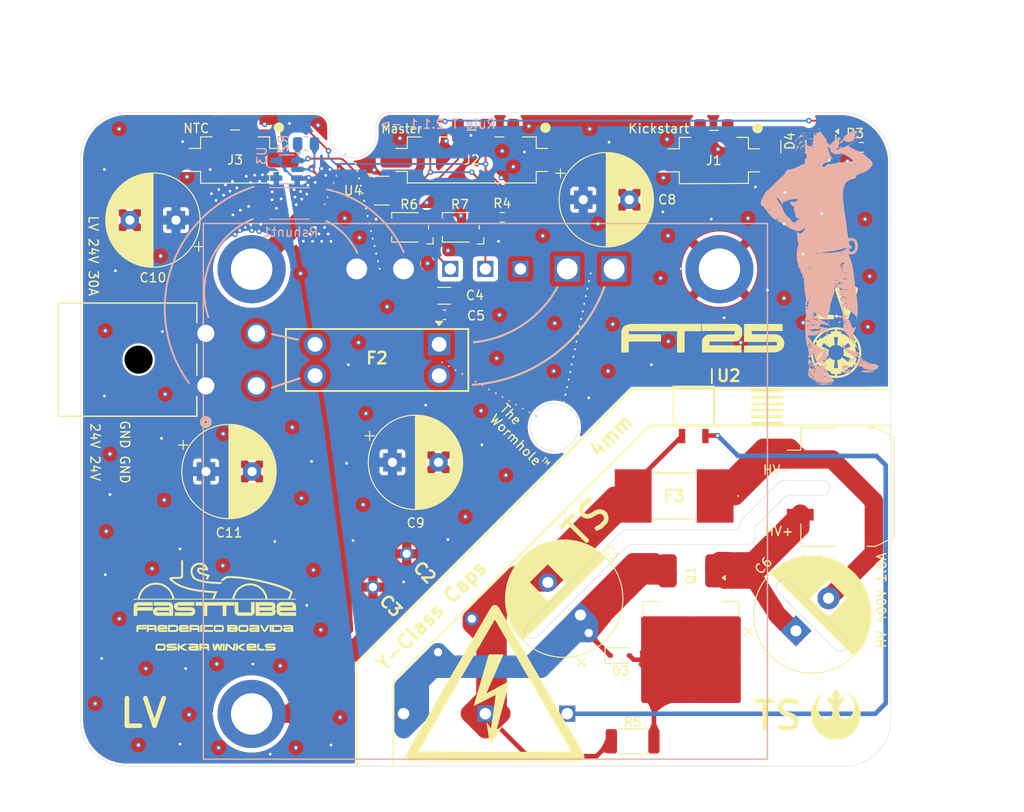
<source format=kicad_pcb>
(kicad_pcb
	(version 20240108)
	(generator "pcbnew")
	(generator_version "8.0")
	(general
		(thickness 1.6)
		(legacy_teardrops no)
	)
	(paper "A4")
	(layers
		(0 "F.Cu" mixed)
		(1 "In1.Cu" power "GND")
		(2 "In2.Cu" power "+24V")
		(31 "B.Cu" mixed)
		(32 "B.Adhes" user "B.Adhesive")
		(33 "F.Adhes" user "F.Adhesive")
		(34 "B.Paste" user)
		(35 "F.Paste" user)
		(36 "B.SilkS" user "B.Silkscreen")
		(37 "F.SilkS" user "F.Silkscreen")
		(38 "B.Mask" user)
		(39 "F.Mask" user)
		(40 "Dwgs.User" user "User.Drawings")
		(41 "Cmts.User" user "User.Comments")
		(42 "Eco1.User" user "User.Eco1")
		(43 "Eco2.User" user "User.Eco2")
		(44 "Edge.Cuts" user)
		(45 "Margin" user)
		(46 "B.CrtYd" user "B.Courtyard")
		(47 "F.CrtYd" user "F.Courtyard")
		(48 "B.Fab" user)
		(49 "F.Fab" user)
		(50 "User.1" user)
		(51 "User.2" user)
		(52 "User.3" user)
		(53 "User.4" user)
		(54 "User.5" user)
		(55 "User.6" user)
		(56 "User.7" user)
		(57 "User.8" user)
		(58 "User.9" user)
	)
	(setup
		(stackup
			(layer "F.SilkS"
				(type "Top Silk Screen")
			)
			(layer "F.Paste"
				(type "Top Solder Paste")
			)
			(layer "F.Mask"
				(type "Top Solder Mask")
				(thickness 0.01)
			)
			(layer "F.Cu"
				(type "copper")
				(thickness 0.035)
			)
			(layer "dielectric 1"
				(type "prepreg")
				(thickness 0.1)
				(material "FR4")
				(epsilon_r 4.5)
				(loss_tangent 0.02)
			)
			(layer "In1.Cu"
				(type "copper")
				(thickness 0.035)
			)
			(layer "dielectric 2"
				(type "core")
				(thickness 1.24)
				(material "FR4")
				(epsilon_r 4.5)
				(loss_tangent 0.02)
			)
			(layer "In2.Cu"
				(type "copper")
				(thickness 0.035)
			)
			(layer "dielectric 3"
				(type "prepreg")
				(thickness 0.1)
				(material "FR4")
				(epsilon_r 4.5)
				(loss_tangent 0.02)
			)
			(layer "B.Cu"
				(type "copper")
				(thickness 0.035)
			)
			(layer "B.Mask"
				(type "Bottom Solder Mask")
				(thickness 0.01)
			)
			(layer "B.Paste"
				(type "Bottom Solder Paste")
			)
			(layer "B.SilkS"
				(type "Bottom Silk Screen")
			)
			(copper_finish "None")
			(dielectric_constraints no)
		)
		(pad_to_mask_clearance 0)
		(allow_soldermask_bridges_in_footprints no)
		(pcbplotparams
			(layerselection 0x00010fc_ffffffff)
			(plot_on_all_layers_selection 0x0000000_00000000)
			(disableapertmacros no)
			(usegerberextensions no)
			(usegerberattributes yes)
			(usegerberadvancedattributes yes)
			(creategerberjobfile yes)
			(dashed_line_dash_ratio 12.000000)
			(dashed_line_gap_ratio 3.000000)
			(svgprecision 4)
			(plotframeref no)
			(viasonmask no)
			(mode 1)
			(useauxorigin no)
			(hpglpennumber 1)
			(hpglpenspeed 20)
			(hpglpendiameter 15.000000)
			(pdf_front_fp_property_popups yes)
			(pdf_back_fp_property_popups yes)
			(dxfpolygonmode yes)
			(dxfimperialunits yes)
			(dxfusepcbnewfont yes)
			(psnegative no)
			(psa4output no)
			(plotreference yes)
			(plotvalue yes)
			(plotfptext yes)
			(plotinvisibletext no)
			(sketchpadsonfab no)
			(subtractmaskfromsilk no)
			(outputformat 1)
			(mirror no)
			(drillshape 1)
			(scaleselection 1)
			(outputdirectory "")
		)
	)
	(net 0 "")
	(net 1 "/-VIN")
	(net 2 "GND")
	(net 3 "Net-(D4-Pad3)")
	(net 4 "/+VIN")
	(net 5 "Net-(R3-Pad2)")
	(net 6 "+3V3")
	(net 7 "/LV+")
	(net 8 "/3V_buttoncell")
	(net 9 "/TEMP_TSDCDC")
	(net 10 "/HV-in")
	(net 11 "/HV+in")
	(net 12 "/G")
	(net 13 "/~{EN}")
	(net 14 "/+Vout")
	(net 15 "/LV-")
	(net 16 "/LV_I_measure")
	(net 17 "/I_meas_weak")
	(net 18 "/+S")
	(net 19 "/TRM")
	(footprint "Capacitor_SMD:C_1210_3225Metric" (layer "F.Cu") (at 177.419 64.721001 -90))
	(footprint "Resistor_SMD:R_0603_1608Metric" (layer "F.Cu") (at 184.8 64.8))
	(footprint "footprints:VY1471M29Y5UC63V0" (layer "F.Cu") (at 131.762875 112.550234 -45))
	(footprint "footprints:rebellion" (layer "F.Cu") (at 182.03 126.37))
	(footprint "FaSTTUBe_connectors:Micro_Mate-N-Lok_2p_vertical" (layer "F.Cu") (at 168.783 66.21))
	(footprint "Potentiometer_SMD:Potentiometer_Bourns_TC33X_Vertical" (layer "F.Cu") (at 141.2 73.484177 180))
	(footprint "Capacitor_THT:CP_Radial_D12.5mm_P5.00mm" (layer "F.Cu") (at 154.3 115.584177 135))
	(footprint "Capacitor_THT:CP_Radial_D10.0mm_P5.00mm" (layer "F.Cu") (at 110.367678 72.7 180))
	(footprint "footprints:9775031360R" (layer "F.Cu") (at 118.59 78.03 180))
	(footprint "footprints:0ACG5000TE" (layer "F.Cu") (at 164.475 102.659177 180))
	(footprint "FaSTTUBe_logos:FTLogo_small" (layer "F.Cu") (at 114.59 112.66))
	(footprint "Capacitor_THT:CP_Radial_D12.5mm_P5.00mm"
		(layer "F.Cu")
		(uuid "3f08ecdc-61a1-4a91-9d44-0c1ab21518fd")
		(at 177.7 117.3 45)
		(descr "CP, Radial series, Radial, pin pitch=5.00mm, , diameter=12.5mm, Electrolytic Capacitor")
		(tags "CP Radial series Radial pin pitch 5.00mm  diameter 12.5mm Electrolytic Capacitor")
		(property "Reference" "C6"
			(at 2.5 -7.5 45)
			(layer "F.SilkS")
			(uuid "87d925e4-9087-4663-9637-0425a23c376b")
			(effects
				(font
					(size 1 1)
					(thickness 0.15)
				)
			)
		)
		(property "Value" "10µ 420V"
			(at 2.5 7.5 45)
			(layer "F.Fab")
			(uuid "4ef6e25f-d1dd-4f03-b42b-bb0ef1fd992e")
			(effects
				(font
					(size 1 1)
					(thickness 0.15)
				)
			)
		)
		(property "Footprint" "Capacitor_THT:CP_Radial_D12.5mm_P5.00mm"
			(at 0 0 45)
			(unlocked yes)
			(layer "F.Fab")
			(hide yes)
			(uuid "1d1809e6-1a17-4cb4-a6f6-badbe3b65118")
			(effects
				(font
					(size 1.27 1.27)
					(thickness 0.15)
				)
			)
		)
		(property "Datasheet" "https://mou.sr/3CdDpvY"
			(at 0 0 45)
			(unlocked yes)
			(layer "F.Fab")
			(hide yes)
			(uuid "507f60e0-57f8-4d24-b757-385e46b4a8b2")
			(effects
				(font
					(size 1.27 1.27)
					(thickness 0.15)
				)
			)
		)
		(property "Description" "Polarized capacitor"
			(at 0 0 45)
			(unlocked yes)
			(layer "F.Fab")
			(hide yes)
			(uuid "a8a54484-964e-4bda-9466-0a7e228d6c8f")
			(effects
				(font
					(size 1.27 1.27)
					(thickness 0.15)
				)
			)
		)
		(property ki_fp_filters "CP_*")
		(path "/6138b6e2-049a-4854-8f94-cf604e91bd5d")
		(sheetname "Root")
		(sheetfile "TDK_DCDC_pcb.kicad_sch")
		(attr through_hole)
		(fp_line
			(start -3.692082 -4.2)
			(end -3.692082 -2.95)
			(stroke
				(width 0.12)
				(type solid)
			)
			(layer "F.SilkS")
			(uuid "64b60f9d-0eb1-49d0-bb96-e15936a70516")
		)
		(fp_line
			(start -4.317082 -3.575)
			(end -3.067082 -3.575)
			(stroke
				(width 0.12)
				(type solid)
			)
			(layer "F.SilkS")
			(uuid "5702906f-eb49-4f02-8ef3-0ac6d491c93a")
		)
		(fp_line
			(start 2.5 -6.33)
			(end 2.5 6.33)
			(stroke
				(width 0.12)
				(type solid)
			)
			(layer "F.SilkS")
			(uuid "7acbcba7-9519-4b0b-97a8-eb5ebb509abc")
		)
		(fp_line
			(start 2.54 -6.33)
			(end 2.54 6.33)
			(stroke
				(width 0.12)
				(type solid)
			)
			(layer "F.SilkS")
			(uuid "f2517598-036a-4686-a881-21a50212222f")
		)
		(fp_line
			(start 2.58 -6.329999)
			(end 2.58 6.329999)
			(stroke
				(width 0.12)
				(type solid)
			)
			(layer "F.SilkS")
			(uuid "d751e3dc-2d5f-4b60-89ca-ef6853165c5d")
		)
		(fp_line
			(start 2.62 -6.329)
			(end 2.62 6.329)
			(stroke
				(width 0.12)
				(type solid)
			)
			(layer "F.SilkS")
			(uuid "90f8a062-8dc7-440d-af39-ca7baed9e19e")
		)
		(fp_line
			(start 2.66 -6.328)
			(end 2.66 6.328)
			(stroke
				(width 0.12)
				(type solid)
			)
			(layer "F.SilkS")
			(uuid "650c3feb-c6ea-4483-82d3-0bcf74ef085d")
		)
		(fp_line
			(start 2.7 -6.327)
			(end 2.7 6.327)
			(stroke
				(width 0.12)
				(type solid)
			)
			(layer "F.SilkS")
			(uuid "7b8e23a3-cec0-4a78-afba-69af3a6574e8")
		)
		(fp_line
			(start 2.74 -6.326)
			(end 2.74 6.326)
			(stroke
				(width 0.12)
				(type solid)
			)
			(layer "F.SilkS")
			(uuid "8a29312b-6232-4ca6-b01f-5521dcd7210c")
		)
		(fp_line
			(start 2.78 -6.324)
			(end 2.78 6.324)
			(stroke
				(width 0.12)
				(type solid)
			)
			(layer "F.SilkS")
			(uuid "2a81e4a4-06c0-4e77-b885-4f91b6305080")
		)
		(fp_line
			(start 2.82 -6.322)
			(end 2.82 6.322)
			(stroke
				(width 0.12)
				(type solid)
			)
			(layer "F.SilkS")
			(uuid "b02e06f3-7e92-451b-8005-e75c8a85c9ad")
		)
		(fp_line
			(start 2.86 -6.319999)
			(end 2.86 6.319999)
			(stroke
				(width 0.12)
				(type solid)
			)
			(layer "F.SilkS")
			(uuid "898c3e5e-e6e8-4b9d-8228-f48e8ae21272")
		)
		(fp_line
			(start 2.9 -6.318)
			(end 2.9 6.318)
			(stroke
				(width 0.12)
				(type solid)
			)
			(layer "F.SilkS")
			(uuid "5b6745f3-7fc1-4459-b74e-4617c5a75738")
		)
		(fp_line
			(start 2.94 -6.315)
			(end 2.94 6.315)
			(stroke
				(width 0.12)
				(type solid)
			)
			(layer "F.SilkS")
			(uuid "c65fbd09-f307-4415-ac5a-c20c32d279ff")
		)
		(fp_line
			(start 2.98 -6.312)
			(end 2.98 6.312)
			(stroke
				(width 0.12)
				(type solid)
			)
			(layer "F.SilkS")
			(uuid "50725fd1-e44c-495a-aae4-0c7e0db1566d")
		)
		(fp_line
			(start 3.02 -6.309)
			(end 3.02 6.309)
			(stroke
				(width 0.12)
				(type solid)
			)
			(layer "F.SilkS")
			(uuid "0022e805-f330-4ce5-8b59-89b842ae188b")
		)
		(fp_line
			(start 3.06 -6.306)
			(end 3.06 6.306)
			(stroke
				(width 0.12)
				(type solid)
			)
			(layer "F.SilkS")
			(uuid "86b924a7-5239-48c4-a435-f4c3e57a97f0")
		)
		(fp_line
			(start 3.1 -6.302)
			(end 3.1 6.302)
			(stroke
				(width 0.12)
				(type solid)
			)
			(layer "F.SilkS")
			(uuid "d2f3e943-b4f8-4fd1-a309-1affd4adb748")
		)
		(fp_line
			(start 3.14 -6.298)
			(end 3.14 6.298)
			(stroke
				(width 0.12)
				(type solid)
			)
			(layer "F.SilkS")
			(uuid "7378bf65-085d-4d75-8993-8754c47abe7b")
		)
		(fp_line
			(start 3.18 -6.294001)
			(end 3.18 6.294001)
			(stroke
				(width 0.12)
				(type solid)
			)
			(layer "F.SilkS")
			(uuid "4f3386e4-7b27-4428-b82c-67ffa47ff0ee")
		)
		(fp_line
			(start 3.221 -6.29)
			(end 3.221 6.29)
			(stroke
				(width 0.12)
				(type solid)
			)
			(layer "F.SilkS")
			(uuid "6698ba38-5fb5-4dfb-9710-6112e337a11b")
		)
		(fp_line
			(start 3.261 -6.285)
			(end 3.261 6.285)
			(stroke
				(width 0.12)
				(type solid)
			)
			(layer "F.SilkS")
			(uuid "7ae1b4d3-d21b-43de-8a01-6ab96d5a3043")
		)
		(fp_line
			(start 3.301 -6.28)
			(end 3.301 6.28)
			(stroke
				(width 0.12)
				(type solid)
			)
			(layer "F.SilkS")
			(uuid "8f753f28-c5ea-4633-bae1-bcf60a1d973e")
		)
		(fp_line
			(start 3.341 -6.275)
			(end 3.341 6.275)
			(stroke
				(width 0.12)
				(type solid)
			)
			(layer "F.SilkS")
			(uuid "e2095b71-cc8a-4cc2-9551-1235e66ff1be")
		)
		(fp_line
			(start 3.381 -6.268999)
			(end 3.381 6.268999)
			(stroke
				(width 0.12)
				(type solid)
			)
			(layer "F.SilkS")
			(uuid "5429e02c-16f2-4421-ba2a-3f9dd68bb6c9")
		)
		(fp_line
			(start 3.421 -6.264)
			(end 3.421 6.264)
			(stroke
				(width 0.12)
				(type solid)
			)
			(layer "F.SilkS")
			(uuid "130c491d-ae2d-4778-9893-8a73bfa3ede0")
		)
		(fp_line
			(start 3.461 -6.258)
			(end 3.461 6.258)
			(stroke
				(width 0.12)
				(type solid)
			)
			(layer "F.SilkS")
			(uuid "35093a87-7f1b-443c-958b-d3c7fc1775f6")
		)
		(fp_line
			(start 3.501 -6.252)
			(end 3.501 6.252)
			(stroke
				(width 0.12)
				(type solid)
			)
			(layer "F.SilkS")
			(uuid "13aaeb6d-c6dd-48cc-a6a6-038377317e3b")
		)
		(fp_line
			(start 3.541 -6.245)
			(end 3.541 6.245)
			(stroke
				(width 0.12)
				(type solid)
			)
			(layer "F.SilkS")
			(uuid "65358e29-eb7f-4d74-bee0-f7f506ed31a1")
		)
		(fp_line
			(start 3.580999 -6.238)
			(end 3.581 -1.44)
			(stroke
				(width 0.12)
				(type solid)
			)
			(layer "F.SilkS")
			(uuid "95604ff1-e124-4d85-8fcd-65f9021cb826")
		)
		(fp_line
			(start 3.621 -6.231)
			(end 3.621 -1.44)
			(stroke
				(width 0.12)
				(type solid)
			)
			(layer "F.SilkS")
			(uuid "201a679b-f9de-442c-992c-4d7836def48b")
		)
		(fp_line
			(start 3.661 -6.224001)
			(end 3.661 -1.44)
			(stroke
				(width 0.12)
				(type solid)
			)
			(layer "F.SilkS")
			(uuid "33d82384-adb7-4e80-bd31-27f971c95cf1")
		)
		(fp_line
			(start 3.701 -6.216)
			(end 3.701 -1.44)
			(stroke
				(width 0.12)
				(type solid)
			)
			(layer "F.SilkS")
			(uuid "2142935c-e1c0-412a-9622-13107ce02882")
		)
		(fp_line
			(start 3.740999 -6.209)
			(end 3.741 -1.44)
			(stroke
				(width 0.12)
				(type solid)
			)
			(layer "F.SilkS")
			(uuid "e72a7013-107c-4fb5-a818-05781ebf2641")
		)
		(fp_line
			(start 3.781 -6.201)
			(end 3.781 -1.44)
			(stroke
				(width 0.12)
				(type solid)
			)
			(layer "F.SilkS")
			(uuid "9bfe9267-4342-4657-a27a-fd10ccdc1aba")
		)
		(fp_line
			(start 3.821 -6.192)
			(end 3.821 -1.44)
			(stroke
				(width 0.12)
				(type solid)
			)
			(layer "F.SilkS")
			(uuid "fba04317-c5f6-4402-ae1b-b7d839c5b7bc")
		)
		(fp_line
			(start 3.861 -6.184)
			(end 3.861 -1.44)
			(stroke
				(width 0.12)
				(type solid)
			)
			(layer "F.SilkS")
			(uuid "f4f894a7-9820-475d-b68e-8b07ee5e0dbd")
		)
		(fp_line
			(start 3.901 -6.175)
			(end 3.901 -1.44)
			(stroke
				(width 0.12)
				(type solid)
			)
			(layer "F.SilkS")
			(uuid "9635b2e2-f3db-48a5-8049-9cd82c8ecd1c")
		)
		(fp_line
			(start 3.941 -6.166)
			(end 3.941 -1.44)
			(stroke
				(width 0.12)
				(type solid)
			)
			(layer "F.SilkS")
			(uuid "b9e20f2a-ccf2-4e38-bb5f-0700cc242723")
		)
		(fp_line
			(start 3.981 -6.156)
			(end 3.981 -1.44)
			(stroke
				(width 0.12)
				(type solid)
			)
			(layer "F.SilkS")
			(uuid "451475b9-3cc8-4c27-8519-96f1be1c8453")
		)
		(fp_line
			(start 4.021 -6.146)
			(end 4.021 -1.44)
			(stroke
				(width 0.12)
				(type solid)
			)
			(layer "F.SilkS")
			(uuid "327c7aad-4705-44df-b3ff-3557dbed9265")
		)
		(fp_line
			(start 4.061 -6.137)
			(end 4.061 -1.44)
			(stroke
				(width 0.12)
				(type solid)
			)
			(layer "F.SilkS")
			(uuid "82929a32-2f22-4377-ace6-35c0f7049699")
		)
		(fp_line
			(start 4.101 -6.126)
			(end 4.101 -1.44)
			(stroke
				(width 0.12)
				(type solid)
			)
			(layer "F.SilkS")
			(uuid "085dc2f9-0bb3-4b55-a292-43e3aa945108")
		)
		(fp_line
			(start 4.141 -6.116)
			(end 4.141 -1.44)
			(stroke
				(width 0.12)
				(type solid)
			)
			(layer "F.SilkS")
			(uuid "47600f3e-7d9a-4aa0-b26a-cd8f6506a361")
		)
		(fp_line
			(start 4.181 -6.104999)
			(end 4.181 -1.44)
			(stroke
				(width 0.12)
				(type solid)
			)
			(layer "F.SilkS")
			(uuid "3b114978-ec58-444e-9047-3fe85f86333d")
		)
		(fp_line
			(start 4.221 -6.094)
			(end 4.221 -1.44)
			(stroke
				(width 0.12)
				(type solid)
			)
			(layer "F.SilkS")
			(uuid "73415bf6-35d9-4652-8cd5-690b670077c1")
		)
		(fp_line
			(start 4.261 -6.083001)
			(end 4.261 -1.44)
			(stroke
				(width 0.12)
				(type solid)
			)
			(layer "F.SilkS")
			(uuid "588cf680-9c79-4400-810e-db3b54b5a694")
		)
		(fp_line
			(start 4.301 -6.071)
			(end 4.301 -1.44)
			(stroke
				(width 0.12)
				(type solid)
			)
			(layer "F.SilkS")
			(uuid "2dc1f88d-d8ab-48be-892c-d3ffcaf2461a")
		)
		(fp_line
			(start 4.341001 -6.059)
			(end 4.341 -1.44)
			(stroke
				(width 0.12)
				(type solid)
			)
			(layer "F.SilkS")
			(uuid "2882c05a-9398-4244-b4b2-c2f29c0ba656")
		)
		(fp_line
			(start 4.381 -6.047)
			(end 4.381 -1.44)
			(stroke
				(width 0.12)
				(type solid)
			)
			(layer "F.SilkS")
			(uuid "608ba300-1a34-4fa4-9b81-4959627cb2b4")
		)
		(fp_line
			(start 4.421 -6.034)
			(end 4.421 -1.44)
			(stroke
				(width 0.12)
				(type solid)
			)
			(layer "F.SilkS")
			(uuid "204781f9-16d7-455f-9489-697dab63f60e")
		)
		(fp_line
			(start 4.461 -6.021)
			(end 4.461 -1.44)
			(stroke
				(width 0.12)
				(type solid)
			)
			(layer "F.SilkS")
			(uuid "6017fff7-e2be-4b0e-869d-6a236521e5b9")
		)
		(fp_line
			(start 4.501 -6.008)
			(end 4.501 -1.44)
			(stroke
				(width 0.12)
				(type solid)
			)
			(layer "F.SilkS")
			(uuid "483210fd-2fbd-472f-9eec-466bbab7ea36")
		)
		(fp_line
			(start 4.541 -5.995)
			(end 4.541 -1.44)
			(stroke
				(width 0.12)
				(type solid)
			)
			(layer "F.SilkS")
			(uuid "451f57ea-fe84-453e-a3c3-91734499bff1")
		)
		(fp_line
			(start 4.581 -5.981)
			(end 4.581 -1.44)
			(stroke
				(width 0.12)
				(type solid)
			)
			(layer "F.SilkS")
			(uuid "f8635bcf-ee52-445b-948e-17db74af9e9c")
		)
		(fp_line
			(start 4.621 -5.967)
			(end 4.621 -1.44)
			(stroke
				(width 0.12)
				(type solid)
			)
			(layer "F.SilkS")
			(uuid "2c056851-be8f-4263-b56c-5892c017d1ad")
		)
		(fp_line
			(start 4.661 -5.953)
			(end 4.661 -1.44)
			(stroke
				(width 0.12)
				(type solid)
			)
			(layer "F.SilkS")
			(uuid "72c67936-4b36-411b-a277-0264e3d51a3f")
		)
		(fp_line
			(start 4.701 -5.939)
			(end 4.701 -1.44)
			(stroke
				(width 0.12)
				(type solid)
			)
			(layer "F.SilkS")
			(uuid "dd8fc47e-a53c-429c-968d-c7191830e6eb")
		)
		(fp_line
			(start 4.741 -5.924)
			(end 4.741 -1.44)
			(stroke
				(width 0.12)
				(type solid)
			)
			(layer "F.SilkS")
			(uuid "fb49a7f8-78f7-4e58-a840-e09bdbe996da")
		)
		(fp_line
			(start 4.781 -5.907999)
			(end 4.781 -1.44)
			(stroke
				(width 0.12)
				(type solid)
			)
			(layer "F.SilkS")
			(uuid "c48e94f0-08fb-4b2f-8304-2f3bedf5b488")
		)
		(fp_line
			(start 4.821 -5.893)
			(end 4.821 -1.44)
			(stroke
				(width 0.12)
				(type solid)
			)
			(layer "F.SilkS")
			(uuid "d91ec719-0253-48e4-b87c-62659858e201")
		)
		(fp_line
			(start 4.861001 -5.877)
			(end 4.861 -1.44)
			(stroke
				(width 0.12)
				(type solid)
			)
			(layer "F.SilkS")
			(uuid "4af5a703-6df8-446e-984b-be795bbd87a2")
		)
		(fp_line
			(start 4.901 -5.861)
			(end 4.901 -1.44)
			(stroke
				(width 0.12)
				(type solid)
			)
			(layer "F.SilkS")
			(uuid "dc1508d2-16e8-4e2d-9207-6a34dd700882")
		)
		(fp_line
			(start 4.941 -5.845001)
			(end 4.941 -1.44)
			(stroke
				(width 0.12)
				(type solid)
			)
			(layer "F.SilkS")
			(uuid "20ce2f64-54cd-45ff-952a-cb544062cb2d")
		)
		(fp_line
			(start 4.981 -5.828)
			(end 4.981 -1.44)
			(stroke
				(width 0.12)
				(type solid)
			)
			(layer "F.SilkS")
			(uuid "dc0c1dc1-1a54-407d-abcf-d0235086374f")
		)
		(fp_line
			(start 5.021 -5.811)
			(end 5.021 -1.44)
			(stroke
				(width 0.12)
				(type solid)
			)
			(layer "F.SilkS")
			(uuid "caa79206-1d5a-4aa8-b463-b5f82b1838e7")
		)
		(fp_line
			(start 5.061 -5.793)
			(end 5.061 -1.44)
			(stroke
				(width 0.12)
				(type solid)
			)
			(layer "F.SilkS")
			(uuid "15c3fe0d-3f16-4d1d-973c-979a948489a5")
		)
		(fp_line
			(start 5.101 -5.776)
			(end 5.101 -1.44)
			(stroke
				(width 0.12)
				(type solid)
			)
			(layer "F.SilkS")
			(uuid "a4f3d548-c204-491d-92a2-b5c8df32457e")
		)
		(fp_line
			(start 5.141 -5.758)
			(end 5.141 -1.44)
			(stroke
				(width 0.12)
				(type solid)
			)
			(layer "F.SilkS")
			(uuid "32b8c8a3-45a7-4b67-9240-21fa17986197")
		)
		(fp_line
			(start 5.181 -5.739)
			(end 5.181 -1.44)
			(stroke
				(width 0.12)
				(type solid)
			)
			(layer "F.SilkS")
			(uuid "91b36de5-f0d2-44c6-a7a2-5446a9f4b403")
		)
		(fp_line
			(start 5.221 -5.720999)
			(end 5.221 -1.44)
			(stroke
				(width 0.12)
				(type solid)
			)
			(layer "F.SilkS")
			(uuid "7117b6bc-ff90-4eb5-8cea-c0c310d8aa06")
		)
		(fp_line
			(start 5.261 -5.702)
			(end 5.261 -1.44)
			(stroke
				(width 0.12)
				(type solid)
			)
			(layer "F.SilkS")
			(uuid "3f7be993-7989-4e53-afd6-f382ec90291f")
		)
		(fp_line
			(start 5.301 -5.682)
			(end 5.301 -1.44)
			(stroke
				(width 0.12)
				(type solid)
			)
			(layer "F.SilkS")
			(uuid "7373ed98-1bcf-4ac5-b500-c9929abf5872")
		)
		(fp_line
			(start 5.341 -5.662)
			(end 5.341 -1.44)
			(stroke
				(width 0.12)
				(type solid)
			)
			(layer "F.SilkS")
			(uuid "1ae187f5-93be-4b04-a531-d947fb4b4bf0")
		)
		(fp_line
			(start 5.381 -5.642)
			(end 5.381 -1.44)
			(stroke
				(width 0.12)
				(type solid)
			)
			(layer "F.SilkS")
			(uuid "c335d28d-3fb9-4e77-ae61-0670e90b84e4")
		)
		(fp_line
			(start 5.421 -5.622)
			(end 5.421 -1.44)
			(stroke
				(width 0.12)
				(type solid)
			)
			(layer "F.SilkS")
			(uuid "18b75f93-8e6a-4c89-8ee2-259a0131ee55")
		)
		(fp_line
			(start 5.461 -5.601)
			(end 5.461 -1.44)
			(stroke
				(width 0.12)
				(type solid)
			)
			(layer "F.SilkS")
			(uuid "ae6a444c-835a-4529-b799-d8e65b86397e")
		)
		(fp_line
			(start 5.501 -5.58)
			(end 5.501 -1.44)
			(stroke
				(width 0.12)
				(type solid)
			)
			(layer "F.SilkS")
			(uuid "821608d6-4273-4252-ba6a-5583606d23e1")
		)
		(fp_line
			(start 5.541 -5.558)
			(end 5.541 -1.44)
			(stroke
				(width 0.12)
				(type solid)
			)
			(layer "F.SilkS")
			(uuid "419c0ae5-ae88-4943-8dda-2bc8859d13a5")
		)
		(fp_line
			(start 5.581 -5.536)
			(end 5.581 -1.44)
			(stroke
				(width 0.12)
				(type solid)
			)
			(layer "F.SilkS")
			(uuid "39868c7d-9031-4ac7-b99b-dcd42cd08f10")
		)
		(fp_line
			(start 5.621 -5.514)
			(end 5.621 -1.44)
			(stroke
				(width 0.12)
				(type solid)
			)
			(layer "F.SilkS")
			(uuid "58e4c9c2-ee99-4696-b805-aa51df765af2")
		)
		(fp_line
			(start 5.661 -5.491)
			(end 5.661 -1.44)
			(stroke
				(width 0.12)
				(type solid)
			)
			(layer "F.SilkS")
			(uuid "bc558735-f6d8-4b65-93de-e777b3aa6ae8")
		)
		(fp_line
			(start 5.701 -5.468)
			(end 5.701 -1.44)
			(stroke
				(width 0.12)
				(type solid)
			)
			(layer "F.SilkS")
			(uuid "b6e51bf6-1eab-4020-9771-3bffc365fe82")
		)
		(fp_line
			(start 5.741 -5.444999)
			(end 5.741 -1.44)
			(stroke
				(width 0.12)
				(type solid)
			)
			(layer "F.SilkS")
			(uuid "f05c3731-7873-4897-980c-9a47d039e955")
		)
		(fp_line
			(start 5.781 -5.421)
			(end 5.781 -1.44)
			(stroke
				(width 0.12)
				(type solid)
			)
			(layer "F.SilkS")
			(uuid "c7169dca-4bdf-49a8-95b0-dd8e28240b1d")
		)
		(fp_line
			(start 5.821 -5.397)
			(end 5.821 -1.44)
			(stroke
				(width 0.12)
				(type solid)
			)
			(layer "F.SilkS")
			(uuid "7d318a02-219d-44bb-bad7-d54e40a41c7d")
		)
		(fp_line
			(start 5.861 -5.372)
			(end 5.861 -1.44)
			(stroke
				(width 0.12)
				(type solid)
			)
			(laye
... [1477025 chars truncated]
</source>
